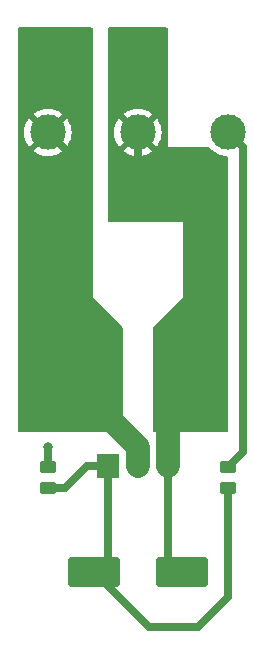
<source format=gbr>
%TF.GenerationSoftware,KiCad,Pcbnew,7.0.2*%
%TF.CreationDate,2023-05-24T19:56:16+02:00*%
%TF.ProjectId,Einschaltstrombegrenzung,45696e73-6368-4616-9c74-7374726f6d62,rev?*%
%TF.SameCoordinates,Original*%
%TF.FileFunction,Copper,L1,Top*%
%TF.FilePolarity,Positive*%
%FSLAX46Y46*%
G04 Gerber Fmt 4.6, Leading zero omitted, Abs format (unit mm)*
G04 Created by KiCad (PCBNEW 7.0.2) date 2023-05-24 19:56:16*
%MOMM*%
%LPD*%
G01*
G04 APERTURE LIST*
G04 Aperture macros list*
%AMRoundRect*
0 Rectangle with rounded corners*
0 $1 Rounding radius*
0 $2 $3 $4 $5 $6 $7 $8 $9 X,Y pos of 4 corners*
0 Add a 4 corners polygon primitive as box body*
4,1,4,$2,$3,$4,$5,$6,$7,$8,$9,$2,$3,0*
0 Add four circle primitives for the rounded corners*
1,1,$1+$1,$2,$3*
1,1,$1+$1,$4,$5*
1,1,$1+$1,$6,$7*
1,1,$1+$1,$8,$9*
0 Add four rect primitives between the rounded corners*
20,1,$1+$1,$2,$3,$4,$5,0*
20,1,$1+$1,$4,$5,$6,$7,0*
20,1,$1+$1,$6,$7,$8,$9,0*
20,1,$1+$1,$8,$9,$2,$3,0*%
G04 Aperture macros list end*
%TA.AperFunction,ComponentPad*%
%ADD10C,3.000000*%
%TD*%
%TA.AperFunction,SMDPad,CuDef*%
%ADD11RoundRect,0.250000X-0.450000X0.262500X-0.450000X-0.262500X0.450000X-0.262500X0.450000X0.262500X0*%
%TD*%
%TA.AperFunction,SMDPad,CuDef*%
%ADD12RoundRect,0.250000X-1.950000X-1.000000X1.950000X-1.000000X1.950000X1.000000X-1.950000X1.000000X0*%
%TD*%
%TA.AperFunction,SMDPad,CuDef*%
%ADD13RoundRect,0.250000X0.450000X-0.262500X0.450000X0.262500X-0.450000X0.262500X-0.450000X-0.262500X0*%
%TD*%
%TA.AperFunction,ComponentPad*%
%ADD14R,1.905000X2.000000*%
%TD*%
%TA.AperFunction,ComponentPad*%
%ADD15O,1.905000X2.000000*%
%TD*%
%TA.AperFunction,ViaPad*%
%ADD16C,0.800000*%
%TD*%
%TA.AperFunction,Conductor*%
%ADD17C,0.700000*%
%TD*%
%TA.AperFunction,Conductor*%
%ADD18C,0.250000*%
%TD*%
%TA.AperFunction,Conductor*%
%ADD19C,2.000000*%
%TD*%
G04 APERTURE END LIST*
D10*
%TO.P,J2,1,Pin_1*%
%TO.N,+24V*%
X144780000Y-74930000D03*
%TO.P,J2,2,Pin_2*%
%TO.N,GND*%
X137160000Y-74930000D03*
%TO.P,J2,3,Pin_3*%
%TO.N,GND1*%
X129540000Y-74930000D03*
%TD*%
D11*
%TO.P,R1,1*%
%TO.N,+24V*%
X144780000Y-103227500D03*
%TO.P,R1,2*%
%TO.N,Net-(Q1-G)*%
X144780000Y-105052500D03*
%TD*%
D12*
%TO.P,C1,1*%
%TO.N,Net-(Q1-G)*%
X133460000Y-112167500D03*
%TO.P,C1,2*%
%TO.N,GND*%
X140860000Y-112167500D03*
%TD*%
D13*
%TO.P,R2,1*%
%TO.N,Net-(Q1-G)*%
X129540000Y-105052500D03*
%TO.P,R2,2*%
%TO.N,GND*%
X129540000Y-103227500D03*
%TD*%
D14*
%TO.P,Q1,1,G*%
%TO.N,Net-(Q1-G)*%
X134620000Y-103210000D03*
D15*
%TO.P,Q1,2,D*%
%TO.N,GND1*%
X137160000Y-103210000D03*
%TO.P,Q1,3,S*%
%TO.N,GND*%
X139700000Y-103210000D03*
%TD*%
D16*
%TO.N,GND*%
X129540000Y-101600000D03*
%TD*%
D17*
%TO.N,+24V*%
X146050000Y-101957500D02*
X144780000Y-103227500D01*
X146050000Y-76200000D02*
X146050000Y-101957500D01*
X144780000Y-74930000D02*
X146050000Y-76200000D01*
%TO.N,GND1*%
X132080000Y-77470000D02*
X129540000Y-74930000D01*
X132080000Y-99060000D02*
X132080000Y-77470000D01*
%TO.N,GND*%
X137160000Y-80010000D02*
X137160000Y-74930000D01*
X143510000Y-95250000D02*
X143510000Y-80010000D01*
X143510000Y-80010000D02*
X137160000Y-80010000D01*
X139700000Y-99060000D02*
X143510000Y-95250000D01*
%TO.N,Net-(Q1-G)*%
X142240000Y-116840000D02*
X138132500Y-116840000D01*
X138132500Y-116840000D02*
X133460000Y-112167500D01*
X144780000Y-114300000D02*
X142240000Y-116840000D01*
X130988750Y-105052500D02*
X132831250Y-103210000D01*
X129540000Y-105052500D02*
X130988750Y-105052500D01*
X132831250Y-103210000D02*
X134620000Y-103210000D01*
X134620000Y-111007500D02*
X134620000Y-103210000D01*
X144780000Y-105052500D02*
X144780000Y-114300000D01*
D18*
X133460000Y-112167500D02*
X134620000Y-111007500D01*
D17*
%TO.N,GND*%
X129540000Y-101600000D02*
X129540000Y-103227500D01*
X139700000Y-111007500D02*
X139700000Y-103210000D01*
D19*
X139700000Y-103210000D02*
X139700000Y-99060000D01*
D18*
X140860000Y-112167500D02*
X139700000Y-111007500D01*
D19*
%TO.N,GND1*%
X134620000Y-99060000D02*
X137160000Y-101600000D01*
X132080000Y-99060000D02*
X134620000Y-99060000D01*
X137160000Y-101600000D02*
X137160000Y-103210000D01*
%TD*%
%TA.AperFunction,Conductor*%
%TO.N,GND1*%
G36*
X133293039Y-66060185D02*
G01*
X133338794Y-66112989D01*
X133350000Y-66164500D01*
X133350000Y-88900000D01*
X135853681Y-91403681D01*
X135887166Y-91465004D01*
X135890000Y-91491362D01*
X135890000Y-100206000D01*
X135870315Y-100273039D01*
X135817511Y-100318794D01*
X135766000Y-100330000D01*
X127124000Y-100330000D01*
X127056961Y-100310315D01*
X127011206Y-100257511D01*
X127000000Y-100206000D01*
X127000000Y-74929999D01*
X127534890Y-74929999D01*
X127555300Y-75215357D01*
X127616111Y-75494902D01*
X127716088Y-75762952D01*
X127853193Y-76014042D01*
X127959883Y-76156562D01*
X128937452Y-75178993D01*
X128947188Y-75208956D01*
X129035186Y-75347619D01*
X129154903Y-75460040D01*
X129289510Y-75534041D01*
X128313436Y-76510115D01*
X128455958Y-76616806D01*
X128707047Y-76753911D01*
X128975097Y-76853888D01*
X129254642Y-76914699D01*
X129539999Y-76935109D01*
X129825357Y-76914699D01*
X130104902Y-76853888D01*
X130372952Y-76753911D01*
X130624041Y-76616806D01*
X130766562Y-76510115D01*
X129787534Y-75531086D01*
X129855629Y-75504126D01*
X129988492Y-75407595D01*
X130093175Y-75281055D01*
X130141631Y-75178078D01*
X131120115Y-76156562D01*
X131226806Y-76014041D01*
X131363911Y-75762952D01*
X131463888Y-75494902D01*
X131524699Y-75215357D01*
X131545109Y-74930000D01*
X131524699Y-74644642D01*
X131463888Y-74365097D01*
X131363911Y-74097047D01*
X131226806Y-73845958D01*
X131120115Y-73703436D01*
X130142546Y-74681004D01*
X130132812Y-74651044D01*
X130044814Y-74512381D01*
X129925097Y-74399960D01*
X129790488Y-74325957D01*
X130766562Y-73349883D01*
X130624042Y-73243193D01*
X130372952Y-73106088D01*
X130104902Y-73006111D01*
X129825357Y-72945300D01*
X129540000Y-72924890D01*
X129254642Y-72945300D01*
X128975097Y-73006111D01*
X128707047Y-73106088D01*
X128455954Y-73243195D01*
X128313437Y-73349882D01*
X128313436Y-73349883D01*
X129292466Y-74328912D01*
X129224371Y-74355874D01*
X129091508Y-74452405D01*
X128986825Y-74578945D01*
X128938368Y-74681921D01*
X127959883Y-73703436D01*
X127959882Y-73703437D01*
X127853195Y-73845954D01*
X127716088Y-74097047D01*
X127616111Y-74365097D01*
X127555300Y-74644642D01*
X127534890Y-74929999D01*
X127000000Y-74929999D01*
X127000000Y-66164500D01*
X127019685Y-66097461D01*
X127072489Y-66051706D01*
X127124000Y-66040500D01*
X133226000Y-66040500D01*
X133293039Y-66060185D01*
G37*
%TD.AperFunction*%
%TD*%
%TA.AperFunction,Conductor*%
%TO.N,GND*%
G36*
X139643039Y-66060185D02*
G01*
X139688794Y-66112989D01*
X139700000Y-66164499D01*
X139700000Y-76200000D01*
X143169706Y-76200000D01*
X143236745Y-76219685D01*
X143256780Y-76238333D01*
X143257990Y-76237124D01*
X143264261Y-76243395D01*
X143466605Y-76445739D01*
X143589937Y-76538064D01*
X143695686Y-76617227D01*
X143835435Y-76693535D01*
X143946839Y-76754367D01*
X144214954Y-76854369D01*
X144214957Y-76854369D01*
X144214958Y-76854370D01*
X144254756Y-76863027D01*
X144494572Y-76915196D01*
X144664848Y-76927374D01*
X144730310Y-76951790D01*
X144772182Y-77007723D01*
X144780000Y-77051057D01*
X144780000Y-100206000D01*
X144760315Y-100273039D01*
X144707511Y-100318794D01*
X144656000Y-100330000D01*
X138554000Y-100330000D01*
X138486961Y-100310315D01*
X138441206Y-100257511D01*
X138430000Y-100206000D01*
X138430000Y-91491361D01*
X138449685Y-91424322D01*
X138466314Y-91403685D01*
X140970000Y-88900000D01*
X140970000Y-82550000D01*
X134744000Y-82550000D01*
X134676961Y-82530315D01*
X134631206Y-82477511D01*
X134620000Y-82426000D01*
X134620000Y-74929999D01*
X135154890Y-74929999D01*
X135175300Y-75215357D01*
X135236111Y-75494902D01*
X135336088Y-75762952D01*
X135473193Y-76014042D01*
X135579883Y-76156562D01*
X136557452Y-75178993D01*
X136567188Y-75208956D01*
X136655186Y-75347619D01*
X136774903Y-75460040D01*
X136909510Y-75534041D01*
X135933436Y-76510115D01*
X136075958Y-76616806D01*
X136327047Y-76753911D01*
X136595097Y-76853888D01*
X136874642Y-76914699D01*
X137160000Y-76935109D01*
X137445357Y-76914699D01*
X137724902Y-76853888D01*
X137992952Y-76753911D01*
X138244041Y-76616806D01*
X138386562Y-76510115D01*
X137407534Y-75531086D01*
X137475629Y-75504126D01*
X137608492Y-75407595D01*
X137713175Y-75281055D01*
X137761631Y-75178078D01*
X138740115Y-76156562D01*
X138846806Y-76014041D01*
X138983911Y-75762952D01*
X139083888Y-75494902D01*
X139144699Y-75215357D01*
X139165109Y-74930000D01*
X139144699Y-74644642D01*
X139083888Y-74365097D01*
X138983911Y-74097047D01*
X138846806Y-73845958D01*
X138740115Y-73703436D01*
X137762546Y-74681004D01*
X137752812Y-74651044D01*
X137664814Y-74512381D01*
X137545097Y-74399960D01*
X137410488Y-74325957D01*
X138386562Y-73349883D01*
X138244042Y-73243193D01*
X137992952Y-73106088D01*
X137724902Y-73006111D01*
X137445357Y-72945300D01*
X137160000Y-72924890D01*
X136874642Y-72945300D01*
X136595097Y-73006111D01*
X136327047Y-73106088D01*
X136075954Y-73243195D01*
X135933437Y-73349882D01*
X135933436Y-73349883D01*
X136912466Y-74328912D01*
X136844371Y-74355874D01*
X136711508Y-74452405D01*
X136606825Y-74578945D01*
X136558368Y-74681921D01*
X135579883Y-73703436D01*
X135579882Y-73703437D01*
X135473195Y-73845954D01*
X135336088Y-74097047D01*
X135236111Y-74365097D01*
X135175300Y-74644642D01*
X135154890Y-74929999D01*
X134620000Y-74929999D01*
X134620000Y-66164500D01*
X134639685Y-66097461D01*
X134692489Y-66051706D01*
X134744000Y-66040500D01*
X139576000Y-66040500D01*
X139643039Y-66060185D01*
G37*
%TD.AperFunction*%
%TD*%
M02*

</source>
